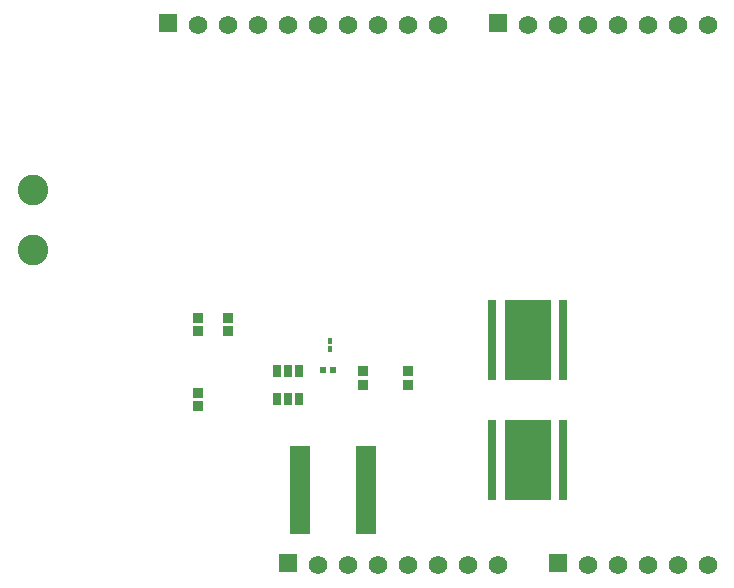
<source format=gts>
G04*
G04 #@! TF.GenerationSoftware,Altium Limited,Altium Designer,23.3.1 (30)*
G04*
G04 Layer_Color=8388736*
%FSLAX44Y44*%
%MOMM*%
G71*
G04*
G04 #@! TF.SameCoordinates,92076935-D0C0-4AE0-889B-4FEA7ABF897C*
G04*
G04*
G04 #@! TF.FilePolarity,Negative*
G04*
G01*
G75*
%ADD18R,1.8000X7.5000*%
%ADD21R,0.9008X0.9008*%
%ADD22R,0.6508X1.0508*%
%ADD23R,0.7508X6.8108*%
%ADD24R,3.9508X6.8108*%
%ADD25R,0.4008X0.5008*%
%ADD26R,0.5008X0.5008*%
%ADD27C,2.5908*%
%ADD28C,1.5748*%
%ADD29R,1.5748X1.5748*%
D18*
X264100Y88900D02*
D03*
X320100D02*
D03*
D21*
X355600Y177800D02*
D03*
Y189300D02*
D03*
X203200Y234350D02*
D03*
Y222850D02*
D03*
X177800Y159350D02*
D03*
Y170850D02*
D03*
X317500Y189300D02*
D03*
Y177800D02*
D03*
X177800Y234350D02*
D03*
Y222850D02*
D03*
D22*
X263500Y165800D02*
D03*
X254000D02*
D03*
X244500D02*
D03*
Y189800D02*
D03*
X254000D02*
D03*
X263500D02*
D03*
D23*
X487200Y215900D02*
D03*
X427200D02*
D03*
X487200Y114300D02*
D03*
X427200D02*
D03*
D24*
X457200Y215900D02*
D03*
Y114300D02*
D03*
D25*
X289560Y214780D02*
D03*
Y208280D02*
D03*
D26*
X292100Y190500D02*
D03*
X284100D02*
D03*
D27*
X38100Y292100D02*
D03*
Y342900D02*
D03*
D28*
X609600Y482600D02*
D03*
X584200D02*
D03*
X457200D02*
D03*
X482600D02*
D03*
X508000D02*
D03*
X533400D02*
D03*
X558800D02*
D03*
X381000D02*
D03*
X355600D02*
D03*
X330200D02*
D03*
X304800D02*
D03*
X177800D02*
D03*
X203200D02*
D03*
X228600D02*
D03*
X254000D02*
D03*
X279400D02*
D03*
X431800Y25400D02*
D03*
X406400D02*
D03*
X279400D02*
D03*
X304800D02*
D03*
X330200D02*
D03*
X355600D02*
D03*
X381000D02*
D03*
X609600D02*
D03*
X584200D02*
D03*
X558800D02*
D03*
X533400D02*
D03*
X508000D02*
D03*
D29*
X431800Y483870D02*
D03*
X152400D02*
D03*
X254000Y26670D02*
D03*
X482600D02*
D03*
M02*

</source>
